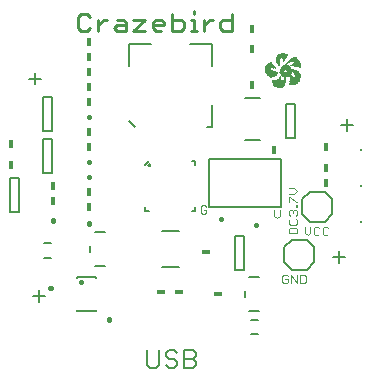
<source format=gto>
G75*
%MOIN*%
%OFA0B0*%
%FSLAX24Y24*%
%IPPOS*%
%LPD*%
%AMOC8*
5,1,8,0,0,1.08239X$1,22.5*
%
%ADD10C,0.0040*%
%ADD11C,0.0080*%
%ADD12C,0.0110*%
%ADD13R,0.0280X0.0160*%
%ADD14C,0.0160*%
%ADD15R,0.0160X0.0280*%
%ADD16C,0.0050*%
%ADD17R,0.0098X0.0098*%
%ADD18C,0.0060*%
%ADD19C,0.0120*%
%ADD20R,0.0072X0.0004*%
%ADD21R,0.0084X0.0004*%
%ADD22R,0.0152X0.0004*%
%ADD23R,0.0168X0.0004*%
%ADD24R,0.0204X0.0004*%
%ADD25R,0.0212X0.0004*%
%ADD26R,0.0228X0.0004*%
%ADD27R,0.0236X0.0004*%
%ADD28R,0.0256X0.0004*%
%ADD29R,0.0268X0.0004*%
%ADD30R,0.0280X0.0004*%
%ADD31R,0.0288X0.0004*%
%ADD32R,0.0300X0.0004*%
%ADD33R,0.0308X0.0004*%
%ADD34R,0.0320X0.0004*%
%ADD35R,0.0324X0.0004*%
%ADD36R,0.0328X0.0004*%
%ADD37R,0.0336X0.0004*%
%ADD38R,0.0344X0.0004*%
%ADD39R,0.0356X0.0004*%
%ADD40R,0.0360X0.0004*%
%ADD41R,0.0368X0.0004*%
%ADD42R,0.0368X0.0004*%
%ADD43R,0.0376X0.0004*%
%ADD44R,0.0380X0.0004*%
%ADD45R,0.0384X0.0004*%
%ADD46R,0.0388X0.0004*%
%ADD47R,0.0004X0.0004*%
%ADD48R,0.0396X0.0004*%
%ADD49R,0.0056X0.0004*%
%ADD50R,0.0400X0.0004*%
%ADD51R,0.0128X0.0004*%
%ADD52R,0.0408X0.0004*%
%ADD53R,0.0008X0.0004*%
%ADD54R,0.0164X0.0004*%
%ADD55R,0.0200X0.0004*%
%ADD56R,0.0412X0.0004*%
%ADD57R,0.0216X0.0004*%
%ADD58R,0.0416X0.0004*%
%ADD59R,0.0220X0.0004*%
%ADD60R,0.0420X0.0004*%
%ADD61R,0.0232X0.0004*%
%ADD62R,0.0240X0.0004*%
%ADD63R,0.0428X0.0004*%
%ADD64R,0.0252X0.0004*%
%ADD65R,0.0432X0.0004*%
%ADD66R,0.0264X0.0004*%
%ADD67R,0.0432X0.0004*%
%ADD68R,0.0264X0.0004*%
%ADD69R,0.0440X0.0004*%
%ADD70R,0.0272X0.0004*%
%ADD71R,0.0444X0.0004*%
%ADD72R,0.0276X0.0004*%
%ADD73R,0.0448X0.0004*%
%ADD74R,0.0448X0.0004*%
%ADD75R,0.0280X0.0004*%
%ADD76R,0.0452X0.0004*%
%ADD77R,0.0284X0.0004*%
%ADD78R,0.0456X0.0004*%
%ADD79R,0.0288X0.0004*%
%ADD80R,0.0292X0.0004*%
%ADD81R,0.0464X0.0004*%
%ADD82R,0.0296X0.0004*%
%ADD83R,0.0464X0.0004*%
%ADD84R,0.0300X0.0004*%
%ADD85R,0.0468X0.0004*%
%ADD86R,0.0472X0.0004*%
%ADD87R,0.0304X0.0004*%
%ADD88R,0.0472X0.0004*%
%ADD89R,0.0304X0.0004*%
%ADD90R,0.0312X0.0004*%
%ADD91R,0.0112X0.0004*%
%ADD92R,0.0304X0.0004*%
%ADD93R,0.0108X0.0004*%
%ADD94R,0.0296X0.0004*%
%ADD95R,0.0100X0.0004*%
%ADD96R,0.0316X0.0004*%
%ADD97R,0.0096X0.0004*%
%ADD98R,0.0224X0.0004*%
%ADD99R,0.0092X0.0004*%
%ADD100R,0.0220X0.0004*%
%ADD101R,0.0088X0.0004*%
%ADD102R,0.0192X0.0004*%
%ADD103R,0.0084X0.0004*%
%ADD104R,0.0324X0.0004*%
%ADD105R,0.0168X0.0004*%
%ADD106R,0.0080X0.0004*%
%ADD107R,0.0328X0.0004*%
%ADD108R,0.0160X0.0004*%
%ADD109R,0.0076X0.0004*%
%ADD110R,0.0152X0.0004*%
%ADD111R,0.0072X0.0004*%
%ADD112R,0.0136X0.0004*%
%ADD113R,0.0132X0.0004*%
%ADD114R,0.0068X0.0004*%
%ADD115R,0.0328X0.0004*%
%ADD116R,0.0128X0.0004*%
%ADD117R,0.0064X0.0004*%
%ADD118R,0.0112X0.0004*%
%ADD119R,0.0104X0.0004*%
%ADD120R,0.0060X0.0004*%
%ADD121R,0.0332X0.0004*%
%ADD122R,0.0100X0.0004*%
%ADD123R,0.0092X0.0004*%
%ADD124R,0.0056X0.0004*%
%ADD125R,0.0332X0.0004*%
%ADD126R,0.0088X0.0004*%
%ADD127R,0.0056X0.0004*%
%ADD128R,0.0052X0.0004*%
%ADD129R,0.0068X0.0004*%
%ADD130R,0.0064X0.0004*%
%ADD131R,0.0048X0.0004*%
%ADD132R,0.0336X0.0004*%
%ADD133R,0.0060X0.0004*%
%ADD134R,0.0044X0.0004*%
%ADD135R,0.0056X0.0004*%
%ADD136R,0.0040X0.0004*%
%ADD137R,0.0340X0.0004*%
%ADD138R,0.0052X0.0004*%
%ADD139R,0.0048X0.0004*%
%ADD140R,0.0044X0.0004*%
%ADD141R,0.0036X0.0004*%
%ADD142R,0.0032X0.0004*%
%ADD143R,0.0036X0.0004*%
%ADD144R,0.0340X0.0004*%
%ADD145R,0.0032X0.0004*%
%ADD146R,0.0032X0.0004*%
%ADD147R,0.0028X0.0004*%
%ADD148R,0.0024X0.0004*%
%ADD149R,0.0132X0.0004*%
%ADD150R,0.0192X0.0004*%
%ADD151R,0.0024X0.0004*%
%ADD152R,0.0020X0.0004*%
%ADD153R,0.0040X0.0004*%
%ADD154R,0.0120X0.0004*%
%ADD155R,0.0180X0.0004*%
%ADD156R,0.0076X0.0004*%
%ADD157R,0.0016X0.0004*%
%ADD158R,0.0116X0.0004*%
%ADD159R,0.0176X0.0004*%
%ADD160R,0.0092X0.0004*%
%ADD161R,0.0012X0.0004*%
%ADD162R,0.0116X0.0004*%
%ADD163R,0.0140X0.0004*%
%ADD164R,0.0172X0.0004*%
%ADD165R,0.0156X0.0004*%
%ADD166R,0.0168X0.0004*%
%ADD167R,0.0008X0.0004*%
%ADD168R,0.0176X0.0004*%
%ADD169R,0.0080X0.0004*%
%ADD170R,0.0172X0.0004*%
%ADD171R,0.0180X0.0004*%
%ADD172R,0.0008X0.0004*%
%ADD173R,0.0188X0.0004*%
%ADD174R,0.0208X0.0004*%
%ADD175R,0.0068X0.0004*%
%ADD176R,0.0232X0.0004*%
%ADD177R,0.0236X0.0004*%
%ADD178R,0.0240X0.0004*%
%ADD179R,0.0244X0.0004*%
%ADD180R,0.0052X0.0004*%
%ADD181R,0.0260X0.0004*%
%ADD182R,0.0184X0.0004*%
%ADD183R,0.0288X0.0004*%
%ADD184R,0.0312X0.0004*%
%ADD185R,0.0188X0.0004*%
%ADD186R,0.0296X0.0004*%
%ADD187R,0.0312X0.0004*%
%ADD188R,0.0316X0.0004*%
%ADD189R,0.0316X0.0004*%
%ADD190R,0.0196X0.0004*%
%ADD191R,0.0320X0.0004*%
%ADD192R,0.0324X0.0004*%
%ADD193R,0.0352X0.0004*%
%ADD194R,0.0356X0.0004*%
%ADD195R,0.0344X0.0004*%
%ADD196R,0.0204X0.0004*%
%ADD197R,0.0364X0.0004*%
%ADD198R,0.0348X0.0004*%
%ADD199R,0.0204X0.0004*%
%ADD200R,0.0356X0.0004*%
%ADD201R,0.0372X0.0004*%
%ADD202R,0.0380X0.0004*%
%ADD203R,0.0360X0.0004*%
%ADD204R,0.0212X0.0004*%
%ADD205R,0.0364X0.0004*%
%ADD206R,0.0216X0.0004*%
%ADD207R,0.0392X0.0004*%
%ADD208R,0.0400X0.0004*%
%ADD209R,0.0372X0.0004*%
%ADD210R,0.0216X0.0004*%
%ADD211R,0.0408X0.0004*%
%ADD212R,0.0392X0.0004*%
%ADD213R,0.0384X0.0004*%
%ADD214R,0.0164X0.0004*%
%ADD215R,0.0156X0.0004*%
%ADD216R,0.0368X0.0004*%
%ADD217R,0.0148X0.0004*%
%ADD218R,0.0156X0.0004*%
%ADD219R,0.0144X0.0004*%
%ADD220R,0.0224X0.0004*%
%ADD221R,0.0336X0.0004*%
%ADD222R,0.0152X0.0004*%
%ADD223R,0.0144X0.0004*%
%ADD224R,0.0224X0.0004*%
%ADD225R,0.0332X0.0004*%
%ADD226R,0.0152X0.0004*%
%ADD227R,0.0148X0.0004*%
%ADD228R,0.0148X0.0004*%
%ADD229R,0.0264X0.0004*%
%ADD230R,0.0256X0.0004*%
%ADD231R,0.0332X0.0004*%
%ADD232R,0.0248X0.0004*%
%ADD233R,0.0268X0.0004*%
%ADD234R,0.0212X0.0004*%
%ADD235R,0.0204X0.0004*%
%ADD236R,0.0356X0.0004*%
%ADD237R,0.0352X0.0004*%
%ADD238R,0.0348X0.0004*%
%ADD239R,0.0188X0.0004*%
%ADD240R,0.0200X0.0004*%
%ADD241R,0.0016X0.0004*%
%ADD242R,0.0308X0.0004*%
%ADD243R,0.0292X0.0004*%
%ADD244R,0.0020X0.0004*%
%ADD245R,0.0272X0.0004*%
%ADD246R,0.0084X0.0004*%
%ADD247R,0.0252X0.0004*%
%ADD248R,0.0124X0.0004*%
%ADD249R,0.0244X0.0004*%
%ADD250R,0.0144X0.0004*%
%ADD251R,0.0276X0.0004*%
%ADD252R,0.0008X0.0004*%
%ADD253R,0.0160X0.0004*%
%ADD254R,0.0272X0.0004*%
%ADD255R,0.0184X0.0004*%
%ADD256R,0.0252X0.0004*%
%ADD257R,0.0016X0.0004*%
%ADD258R,0.0248X0.0004*%
%ADD259R,0.0228X0.0004*%
%ADD260R,0.0012X0.0004*%
%ADD261R,0.0228X0.0004*%
%ADD262R,0.0108X0.0004*%
%ADD263R,0.0292X0.0004*%
%ADD264R,0.0024X0.0004*%
%ADD265R,0.0028X0.0004*%
%ADD266R,0.0284X0.0004*%
%ADD267R,0.0268X0.0004*%
%ADD268R,0.0244X0.0004*%
%ADD269R,0.0244X0.0004*%
%ADD270R,0.0116X0.0004*%
%ADD271R,0.0216X0.0004*%
%ADD272R,0.0076X0.0004*%
%ADD273R,0.0104X0.0004*%
%ADD274R,0.0196X0.0004*%
%ADD275R,0.0108X0.0004*%
%ADD276R,0.0192X0.0004*%
%ADD277R,0.0028X0.0004*%
%ADD278R,0.0084X0.0004*%
%ADD279R,0.0120X0.0004*%
%ADD280R,0.0124X0.0004*%
%ADD281R,0.0124X0.0004*%
%ADD282R,0.0172X0.0004*%
%ADD283R,0.0124X0.0004*%
%ADD284R,0.0176X0.0004*%
%ADD285R,0.0348X0.0004*%
%ADD286R,0.0136X0.0004*%
%ADD287R,0.0324X0.0004*%
%ADD288R,0.0288X0.0004*%
%ADD289R,0.0144X0.0004*%
%ADD290R,0.0148X0.0004*%
%ADD291R,0.0104X0.0004*%
%ADD292R,0.0112X0.0004*%
%ADD293R,0.0132X0.0004*%
%ADD294R,0.0312X0.0004*%
%ADD295R,0.0172X0.0004*%
%ADD296R,0.0128X0.0004*%
D10*
X025751Y023848D02*
X025798Y023801D01*
X025891Y023801D01*
X025938Y023848D01*
X025938Y023941D01*
X025845Y023941D01*
X025751Y024035D02*
X025751Y023848D01*
X025751Y024035D02*
X025798Y024082D01*
X025891Y024082D01*
X025938Y024035D01*
X028201Y023932D02*
X028201Y023745D01*
X028295Y023651D01*
X028388Y023745D01*
X028388Y023932D01*
X028681Y023881D02*
X028728Y023927D01*
X028774Y023927D01*
X028821Y023881D01*
X028868Y023927D01*
X028915Y023927D01*
X028961Y023881D01*
X028961Y023787D01*
X028915Y023741D01*
X028915Y023633D02*
X028961Y023586D01*
X028961Y023493D01*
X028915Y023446D01*
X028728Y023446D01*
X028681Y023493D01*
X028681Y023586D01*
X028728Y023633D01*
X028728Y023741D02*
X028681Y023787D01*
X028681Y023881D01*
X028821Y023881D02*
X028821Y023834D01*
X028915Y024035D02*
X028915Y024082D01*
X028961Y024082D01*
X028961Y024035D01*
X028915Y024035D01*
X028915Y024183D02*
X028961Y024183D01*
X028915Y024183D02*
X028728Y024369D01*
X028681Y024369D01*
X028681Y024183D01*
X028681Y024477D02*
X028868Y024477D01*
X028961Y024571D01*
X028868Y024664D01*
X028681Y024664D01*
X028728Y023338D02*
X028681Y023291D01*
X028681Y023151D01*
X028961Y023151D01*
X028961Y023291D01*
X028915Y023338D01*
X028728Y023338D01*
X029217Y023362D02*
X029217Y023175D01*
X029311Y023081D01*
X029404Y023175D01*
X029404Y023362D01*
X029512Y023315D02*
X029512Y023128D01*
X029559Y023081D01*
X029652Y023081D01*
X029699Y023128D01*
X029807Y023128D02*
X029853Y023081D01*
X029947Y023081D01*
X029993Y023128D01*
X029807Y023128D02*
X029807Y023315D01*
X029853Y023362D01*
X029947Y023362D01*
X029993Y023315D01*
X029699Y023315D02*
X029652Y023362D01*
X029559Y023362D01*
X029512Y023315D01*
X029197Y021762D02*
X029057Y021762D01*
X029057Y021481D01*
X029197Y021481D01*
X029243Y021528D01*
X029243Y021715D01*
X029197Y021762D01*
X028949Y021762D02*
X028949Y021481D01*
X028762Y021762D01*
X028762Y021481D01*
X028654Y021528D02*
X028654Y021621D01*
X028561Y021621D01*
X028654Y021528D02*
X028607Y021481D01*
X028514Y021481D01*
X028467Y021528D01*
X028467Y021715D01*
X028514Y021762D01*
X028607Y021762D01*
X028654Y021715D01*
D11*
X020365Y021255D02*
X020365Y020868D01*
X020558Y021062D02*
X020171Y021062D01*
X021612Y020609D02*
X021612Y020571D01*
X022250Y020571D01*
X022250Y020609D01*
X022250Y021654D02*
X022250Y021691D01*
X021612Y021691D01*
X021612Y021654D01*
X022212Y022071D02*
X022550Y022071D01*
X022062Y022526D02*
X022062Y022737D01*
X022212Y023191D02*
X022550Y023191D01*
X023550Y026703D02*
X023353Y026900D01*
X023353Y028731D02*
X023353Y029459D01*
X024082Y029459D01*
X025381Y029459D02*
X026109Y029459D01*
X026109Y028731D01*
X026109Y027432D02*
X026109Y026703D01*
X025952Y026703D01*
X027207Y026254D02*
X027719Y026254D01*
X027719Y027671D02*
X027207Y027671D01*
X030421Y026762D02*
X030808Y026762D01*
X030615Y026955D02*
X030615Y026568D01*
X029881Y024531D02*
X029381Y024531D01*
X029131Y024281D01*
X029131Y023781D01*
X029381Y023531D01*
X029881Y023531D01*
X030131Y023781D01*
X030131Y024281D01*
X029881Y024531D01*
X029281Y022931D02*
X028781Y022931D01*
X028531Y022681D01*
X028531Y022181D01*
X028781Y021931D01*
X029281Y021931D01*
X029531Y022181D01*
X029531Y022681D01*
X029281Y022931D01*
X030171Y022362D02*
X030558Y022362D01*
X030365Y022555D02*
X030365Y022168D01*
X027700Y021691D02*
X027362Y021691D01*
X027212Y021237D02*
X027212Y021026D01*
X027362Y020571D02*
X027700Y020571D01*
X025574Y019155D02*
X025574Y019058D01*
X025477Y018962D01*
X025187Y018962D01*
X024966Y018865D02*
X024966Y018768D01*
X024869Y018671D01*
X024676Y018671D01*
X024579Y018768D01*
X024676Y018962D02*
X024869Y018962D01*
X024966Y018865D01*
X024966Y019155D02*
X024869Y019252D01*
X024676Y019252D01*
X024579Y019155D01*
X024579Y019058D01*
X024676Y018962D01*
X024358Y018768D02*
X024358Y019252D01*
X023971Y019252D02*
X023971Y018768D01*
X024068Y018671D01*
X024262Y018671D01*
X024358Y018768D01*
X025187Y018671D02*
X025187Y019252D01*
X025477Y019252D01*
X025574Y019155D01*
X025477Y018962D02*
X025574Y018865D01*
X025574Y018768D01*
X025477Y018671D01*
X025187Y018671D01*
X020215Y028118D02*
X020215Y028505D01*
X020408Y028312D02*
X020021Y028312D01*
D12*
X021670Y029985D02*
X021769Y029886D01*
X021966Y029886D01*
X022064Y029985D01*
X022315Y030083D02*
X022512Y030280D01*
X022610Y030280D01*
X022315Y030280D02*
X022315Y029886D01*
X022852Y029985D02*
X022951Y030083D01*
X023246Y030083D01*
X023246Y030182D02*
X023246Y029886D01*
X022951Y029886D01*
X022852Y029985D01*
X022951Y030280D02*
X023147Y030280D01*
X023246Y030182D01*
X023497Y030280D02*
X023890Y030280D01*
X023497Y029886D01*
X023890Y029886D01*
X024141Y029985D02*
X024141Y030182D01*
X024240Y030280D01*
X024437Y030280D01*
X024535Y030182D01*
X024535Y030083D01*
X024141Y030083D01*
X024141Y029985D02*
X024240Y029886D01*
X024437Y029886D01*
X024786Y029886D02*
X024786Y030477D01*
X024786Y030280D02*
X025081Y030280D01*
X025179Y030182D01*
X025179Y029985D01*
X025081Y029886D01*
X024786Y029886D01*
X025430Y029886D02*
X025627Y029886D01*
X025529Y029886D02*
X025529Y030280D01*
X025430Y030280D01*
X025529Y030477D02*
X025529Y030575D01*
X025860Y030280D02*
X025860Y029886D01*
X025860Y030083D02*
X026057Y030280D01*
X026155Y030280D01*
X026397Y030182D02*
X026397Y029985D01*
X026496Y029886D01*
X026791Y029886D01*
X026791Y030477D01*
X026791Y030280D02*
X026496Y030280D01*
X026397Y030182D01*
X022064Y030378D02*
X021966Y030477D01*
X021769Y030477D01*
X021670Y030378D01*
X021670Y029985D01*
D13*
X025931Y022531D03*
X026331Y021131D03*
X025031Y021181D03*
X024431Y021181D03*
D14*
X022681Y020293D02*
X022681Y020269D01*
X020743Y021331D02*
X020719Y021331D01*
X020831Y023569D02*
X020831Y023593D01*
X022031Y023493D02*
X022031Y023469D01*
X022031Y025019D02*
X022031Y025043D01*
X022031Y025519D02*
X022031Y025543D01*
X022031Y027019D02*
X022031Y027043D01*
X026431Y023643D02*
X026431Y023619D01*
X027581Y023443D02*
X027581Y023419D01*
D15*
X028181Y025931D03*
X029931Y026031D03*
X029931Y025331D03*
X029931Y024831D03*
X027463Y028112D03*
X027463Y029312D03*
X027463Y029962D03*
X022031Y029531D03*
X022031Y029031D03*
X022031Y028531D03*
X022031Y028031D03*
X022031Y027531D03*
X022031Y026531D03*
X022031Y026031D03*
X020831Y024731D03*
X020831Y024231D03*
X022031Y024031D03*
X022031Y024531D03*
X019431Y025431D03*
X019431Y026131D03*
D16*
X023905Y025440D02*
X024023Y025558D01*
X024006Y025432D02*
X024008Y025442D01*
X024013Y025450D01*
X024021Y025455D01*
X024031Y025457D01*
X024041Y025455D01*
X024049Y025450D01*
X024054Y025442D01*
X024056Y025432D01*
X024054Y025422D01*
X024049Y025414D01*
X024041Y025409D01*
X024031Y025407D01*
X024021Y025409D01*
X024013Y025414D01*
X024008Y025422D01*
X024006Y025432D01*
X023905Y024023D02*
X023905Y023905D01*
X024023Y023905D01*
X025440Y023905D02*
X025558Y023905D01*
X025558Y024023D01*
X026031Y024031D02*
X026031Y025631D01*
X028431Y025631D01*
X028431Y024031D01*
X026031Y024031D01*
X025558Y025440D02*
X025558Y025558D01*
X025440Y025558D01*
D17*
X031081Y025931D03*
X031080Y024731D03*
X031081Y023531D03*
D18*
X028881Y026321D02*
X028581Y026321D01*
X028581Y027461D01*
X028881Y027461D01*
X028881Y026321D01*
X027181Y023061D02*
X027181Y021921D01*
X026881Y021921D01*
X026881Y023061D01*
X027181Y023061D01*
X025012Y023239D02*
X024451Y023239D01*
X024451Y022023D02*
X025012Y022023D01*
X027413Y020268D02*
X027649Y020268D01*
X027649Y019795D02*
X027413Y019795D01*
X020781Y025151D02*
X020781Y026291D01*
X020481Y026291D01*
X020481Y025151D01*
X020781Y025151D01*
X019681Y024991D02*
X019681Y023851D01*
X019381Y023851D01*
X019381Y024991D01*
X019681Y024991D01*
X020481Y026551D02*
X020481Y027691D01*
X020781Y027691D01*
X020781Y026551D01*
X020481Y026551D01*
X020513Y022818D02*
X020749Y022818D01*
X020749Y022345D02*
X020513Y022345D01*
D19*
X021767Y021511D02*
X021769Y021518D01*
X021774Y021523D01*
X021781Y021525D01*
X021788Y021523D01*
X021793Y021518D01*
X021795Y021511D01*
X021793Y021504D01*
X021788Y021499D01*
X021781Y021497D01*
X021774Y021499D01*
X021769Y021504D01*
X021767Y021511D01*
D20*
X028375Y027993D03*
D21*
X028373Y027997D03*
X028337Y028797D03*
X028529Y028965D03*
X028705Y028845D03*
D22*
X028371Y028001D03*
D23*
X028375Y028005D03*
X028471Y028497D03*
X028955Y028857D03*
D24*
X028957Y028817D03*
X028957Y028449D03*
X028329Y028237D03*
X028373Y028009D03*
X027993Y028597D03*
X028057Y028753D03*
D25*
X028009Y028649D03*
X028373Y028013D03*
X028893Y028533D03*
X028953Y028805D03*
D26*
X028949Y028793D03*
X028373Y028017D03*
D27*
X028369Y028021D03*
X028597Y028701D03*
D28*
X028579Y028385D03*
X028307Y028225D03*
X028367Y028025D03*
X028835Y028137D03*
X028019Y028565D03*
X028503Y029097D03*
D29*
X028369Y028029D03*
D30*
X028367Y028033D03*
X028115Y028397D03*
X028039Y028545D03*
X028595Y028677D03*
X028723Y028585D03*
X028931Y028753D03*
X028863Y028925D03*
X028859Y028165D03*
X028851Y028157D03*
D31*
X028367Y028037D03*
X028595Y028673D03*
X028927Y028745D03*
D32*
X028593Y028661D03*
X028365Y028041D03*
D33*
X028365Y028045D03*
X028585Y028409D03*
X028881Y028205D03*
X028057Y028533D03*
D34*
X028063Y028529D03*
X028067Y028665D03*
X028067Y028669D03*
X028435Y028997D03*
X028439Y029005D03*
X028443Y029009D03*
X028447Y029013D03*
X028451Y029017D03*
X028455Y029029D03*
X028471Y029049D03*
X028475Y029053D03*
X028479Y029057D03*
X028591Y028649D03*
X028591Y028645D03*
X028595Y028397D03*
X028887Y028229D03*
X028887Y028225D03*
X028363Y028049D03*
D35*
X028365Y028053D03*
X028597Y028393D03*
X028605Y028389D03*
X028785Y028565D03*
X028893Y028257D03*
X028893Y028253D03*
X028893Y028249D03*
X028885Y028237D03*
X028885Y028233D03*
X028453Y029025D03*
X028457Y029033D03*
X028469Y029045D03*
D36*
X028863Y028893D03*
X028119Y028425D03*
X028363Y028057D03*
D37*
X028363Y028061D03*
X028899Y028301D03*
D38*
X028799Y028553D03*
X028275Y028213D03*
X028363Y028065D03*
X028119Y028433D03*
D39*
X028361Y028069D03*
D40*
X028359Y028073D03*
X028583Y028597D03*
D41*
X028579Y028469D03*
X028359Y028077D03*
X028119Y028449D03*
D42*
X028359Y028081D03*
D43*
X028359Y028085D03*
X028119Y028457D03*
D44*
X028121Y028465D03*
X028357Y028089D03*
D45*
X028359Y028093D03*
D46*
X028357Y028097D03*
X028121Y028469D03*
D47*
X028049Y028349D03*
X028513Y028877D03*
X028473Y029129D03*
X028837Y028097D03*
D48*
X028357Y028101D03*
D49*
X028819Y028101D03*
X028527Y028941D03*
D50*
X028123Y028477D03*
X028355Y028105D03*
D51*
X028815Y028105D03*
X028591Y028737D03*
D52*
X028355Y028113D03*
X028355Y028109D03*
D53*
X028423Y028357D03*
X028099Y028337D03*
X028723Y028109D03*
D54*
X028817Y028109D03*
X028597Y028729D03*
D55*
X028595Y028717D03*
X028963Y028437D03*
X028963Y028433D03*
X028811Y028113D03*
X028111Y028369D03*
X027991Y028605D03*
D56*
X028353Y028117D03*
D57*
X028811Y028117D03*
X028871Y028957D03*
D58*
X028355Y028121D03*
D59*
X028813Y028121D03*
X028925Y028501D03*
D60*
X028353Y028129D03*
X028353Y028125D03*
D61*
X028823Y028125D03*
D62*
X028827Y028129D03*
D63*
X028353Y028133D03*
X028353Y028137D03*
D64*
X028113Y028385D03*
X028833Y028133D03*
D65*
X028351Y028141D03*
D66*
X028839Y028141D03*
D67*
X028351Y028145D03*
D68*
X028843Y028145D03*
X028595Y028685D03*
X028939Y028769D03*
X028059Y028709D03*
D69*
X028351Y028149D03*
D70*
X028115Y028393D03*
X028035Y028549D03*
X028847Y028149D03*
D71*
X028349Y028153D03*
D72*
X028849Y028153D03*
X028945Y028717D03*
X028933Y028757D03*
D73*
X028347Y028157D03*
D74*
X028347Y028161D03*
D75*
X028855Y028161D03*
X028935Y028721D03*
D76*
X028345Y028169D03*
X028345Y028165D03*
D77*
X028861Y028169D03*
X028061Y028693D03*
X028061Y028697D03*
D78*
X028347Y028177D03*
X028347Y028173D03*
D79*
X028863Y028173D03*
D80*
X028865Y028177D03*
X028061Y028685D03*
X028061Y028689D03*
X028505Y029093D03*
D81*
X028347Y028181D03*
D82*
X028047Y028541D03*
X028867Y028181D03*
D83*
X028347Y028185D03*
D84*
X028869Y028185D03*
X028869Y028189D03*
X028873Y028193D03*
X028865Y028913D03*
D85*
X028345Y028193D03*
X028345Y028189D03*
D86*
X028343Y028197D03*
X028343Y028205D03*
X028343Y028209D03*
D87*
X028115Y028409D03*
X028767Y028573D03*
X028919Y028733D03*
X028863Y028909D03*
X028875Y028197D03*
D88*
X028343Y028201D03*
D89*
X028879Y028201D03*
X028063Y028681D03*
D90*
X028583Y028413D03*
X028883Y028217D03*
X028883Y028213D03*
X028883Y028209D03*
X028503Y029085D03*
D91*
X028723Y028853D03*
X028523Y028213D03*
D92*
X028291Y028217D03*
X028051Y028537D03*
D93*
X028525Y028217D03*
D94*
X028291Y028221D03*
D95*
X028529Y028221D03*
D96*
X028885Y028221D03*
D97*
X028531Y028225D03*
X028591Y028745D03*
X028871Y028989D03*
D98*
X028595Y028705D03*
X028915Y028513D03*
X028919Y028509D03*
X028319Y028229D03*
D99*
X028533Y028229D03*
X028773Y028353D03*
X028333Y028813D03*
X028529Y028969D03*
X028073Y028817D03*
D100*
X028057Y028745D03*
X028321Y028233D03*
X028577Y028373D03*
X028905Y028525D03*
X028921Y028505D03*
X028925Y028497D03*
X028929Y028493D03*
X028933Y028489D03*
X028937Y028485D03*
X028941Y028477D03*
X028973Y028709D03*
D101*
X028711Y028849D03*
X028335Y028809D03*
X028335Y028805D03*
X028535Y028237D03*
X028535Y028233D03*
X028771Y028357D03*
D102*
X028971Y028421D03*
X028331Y028241D03*
X027991Y028621D03*
X028055Y028761D03*
D103*
X028337Y028801D03*
X028537Y028241D03*
D104*
X028889Y028241D03*
X028465Y029041D03*
X028069Y028661D03*
D105*
X028059Y028777D03*
X028343Y028245D03*
X028683Y028493D03*
D106*
X028539Y028245D03*
X028383Y028289D03*
X028339Y028793D03*
D107*
X028591Y028637D03*
X028895Y028269D03*
X028895Y028265D03*
X028891Y028245D03*
D108*
X028687Y028497D03*
X028575Y028357D03*
X028463Y028505D03*
X028343Y028249D03*
X028347Y028985D03*
X028351Y028989D03*
X028871Y028973D03*
D109*
X028341Y028789D03*
X028541Y028249D03*
D110*
X028347Y028253D03*
X028467Y028569D03*
X028471Y028573D03*
X028871Y028977D03*
D111*
X028343Y028785D03*
X028543Y028257D03*
X028543Y028253D03*
X028763Y028365D03*
D112*
X028355Y028257D03*
X028319Y028885D03*
X028319Y028889D03*
X028319Y028893D03*
X028319Y028897D03*
X028319Y028905D03*
D113*
X028321Y028881D03*
X028357Y028261D03*
D114*
X028545Y028261D03*
X028345Y028781D03*
D115*
X028895Y028261D03*
D116*
X028359Y028265D03*
X028323Y028869D03*
X028323Y028873D03*
X028323Y028877D03*
X028063Y028797D03*
D117*
X028079Y028829D03*
X028347Y028777D03*
X028687Y028833D03*
X028547Y028269D03*
X028547Y028265D03*
D118*
X028367Y028269D03*
X028327Y028833D03*
X028327Y028837D03*
X028067Y028809D03*
D119*
X028371Y028273D03*
D120*
X028549Y028273D03*
X028549Y028277D03*
X028565Y028345D03*
X028757Y028373D03*
X028681Y028829D03*
X028349Y028773D03*
X028493Y029125D03*
D121*
X028581Y028429D03*
X028897Y028293D03*
X028897Y028289D03*
X028897Y028285D03*
X028897Y028277D03*
X028897Y028273D03*
D122*
X028777Y028349D03*
X028373Y028277D03*
X028333Y028817D03*
X028529Y028973D03*
X028069Y028813D03*
D123*
X028377Y028281D03*
D124*
X028551Y028281D03*
D125*
X028897Y028281D03*
D126*
X029039Y028689D03*
X028379Y028285D03*
D127*
X028551Y028285D03*
X028351Y028769D03*
D128*
X028589Y028749D03*
X028553Y028293D03*
X028553Y028289D03*
D129*
X028389Y028293D03*
X028693Y028837D03*
X028529Y028949D03*
X028529Y028953D03*
D130*
X028391Y028297D03*
D131*
X028555Y028297D03*
X028747Y028385D03*
X029047Y028677D03*
X028675Y028825D03*
X028355Y028765D03*
D132*
X028579Y028433D03*
X028795Y028557D03*
X028899Y028297D03*
X028863Y028889D03*
X028119Y028429D03*
D133*
X028393Y028301D03*
X029045Y028681D03*
D134*
X028557Y028301D03*
D135*
X028395Y028305D03*
X028755Y028377D03*
X028219Y028649D03*
X028079Y028833D03*
X028527Y028937D03*
X028527Y028945D03*
D136*
X028523Y028925D03*
X028559Y028313D03*
X028559Y028309D03*
X028559Y028305D03*
D137*
X028577Y028437D03*
X028589Y028625D03*
X028861Y028885D03*
X028901Y028333D03*
X028901Y028329D03*
X028901Y028325D03*
X028901Y028317D03*
X028901Y028313D03*
X028901Y028309D03*
X028901Y028305D03*
X028073Y028653D03*
D138*
X028397Y028309D03*
X028525Y028933D03*
D139*
X028523Y028929D03*
X028399Y028313D03*
D140*
X028401Y028317D03*
X028081Y028837D03*
D141*
X028361Y028757D03*
X028521Y028913D03*
X028521Y028917D03*
X028561Y028317D03*
D142*
X028407Y028321D03*
D143*
X028561Y028321D03*
D144*
X028901Y028321D03*
D145*
X028407Y028325D03*
D146*
X028563Y028325D03*
X028563Y028329D03*
X028563Y028333D03*
X028563Y028337D03*
X028363Y028753D03*
X028519Y028909D03*
X028663Y028817D03*
D147*
X028653Y028809D03*
X028409Y028333D03*
X028409Y028329D03*
D148*
X028411Y028337D03*
D149*
X028577Y028353D03*
X028797Y028337D03*
D150*
X028975Y028337D03*
X028975Y028409D03*
X028975Y028413D03*
X028967Y028425D03*
X027995Y028637D03*
X027991Y028625D03*
D151*
X028099Y028341D03*
D152*
X028413Y028341D03*
X028369Y028741D03*
X028517Y028901D03*
D153*
X028523Y028921D03*
X028667Y028821D03*
X028359Y028761D03*
X028563Y028341D03*
D154*
X028787Y028341D03*
D155*
X028981Y028341D03*
X028961Y028841D03*
D156*
X028873Y028993D03*
X028529Y028957D03*
X028105Y028345D03*
D157*
X028415Y028345D03*
X028243Y028645D03*
D158*
X028781Y028345D03*
D159*
X028983Y028345D03*
X028983Y028349D03*
X028983Y028377D03*
X028959Y028845D03*
X028959Y028849D03*
X028595Y028725D03*
X028475Y028493D03*
X028059Y028773D03*
D160*
X028105Y028349D03*
D161*
X028201Y028645D03*
X028421Y028353D03*
X028417Y028349D03*
X028517Y028893D03*
D162*
X028325Y028845D03*
X028065Y028805D03*
X028577Y028349D03*
D163*
X028697Y028513D03*
X028697Y028517D03*
X028701Y028529D03*
X028321Y028909D03*
X028321Y028913D03*
X028061Y028793D03*
X028109Y028353D03*
D164*
X028985Y028353D03*
X028985Y028357D03*
X028985Y028365D03*
X028985Y028369D03*
X028985Y028373D03*
X028957Y028853D03*
D165*
X028757Y028869D03*
X028473Y028577D03*
X028109Y028357D03*
D166*
X028111Y028361D03*
D167*
X028423Y028361D03*
X028639Y028801D03*
D168*
X028575Y028361D03*
X028983Y028381D03*
D169*
X028767Y028361D03*
D170*
X028985Y028361D03*
D171*
X028981Y028385D03*
X028981Y028389D03*
X028981Y028393D03*
X028869Y028969D03*
X028057Y028769D03*
X028113Y028365D03*
D172*
X028427Y028365D03*
X028427Y028369D03*
X028375Y028733D03*
X028515Y028889D03*
X028091Y028845D03*
D173*
X028057Y028765D03*
X028577Y028365D03*
X028977Y028405D03*
X028961Y028833D03*
D174*
X028955Y028813D03*
X028955Y028809D03*
X028951Y028457D03*
X028955Y028453D03*
X028575Y028369D03*
X028595Y028713D03*
X028111Y028373D03*
X027995Y028593D03*
D175*
X028077Y028825D03*
X028761Y028369D03*
D176*
X028947Y028789D03*
X028871Y028949D03*
X028055Y028733D03*
X028007Y028577D03*
X028007Y028573D03*
X028111Y028377D03*
D177*
X028057Y028729D03*
X028577Y028377D03*
X028945Y028785D03*
X028869Y028945D03*
D178*
X028503Y029101D03*
X028111Y028381D03*
D179*
X028577Y028381D03*
X028869Y028941D03*
D180*
X028749Y028381D03*
D181*
X028597Y028689D03*
X028865Y028933D03*
X028057Y028717D03*
X028057Y028713D03*
X028025Y028557D03*
X028113Y028389D03*
D182*
X028487Y028585D03*
X028979Y028397D03*
X028959Y028837D03*
X028947Y028869D03*
D183*
X028115Y028401D03*
D184*
X028591Y028401D03*
D185*
X028597Y028721D03*
X028977Y028401D03*
D186*
X028759Y028577D03*
X028595Y028665D03*
X028923Y028737D03*
X028863Y028917D03*
X028507Y029089D03*
X028115Y028405D03*
D187*
X028115Y028413D03*
X028067Y028677D03*
X028591Y028653D03*
X028587Y028405D03*
X028915Y028729D03*
X028495Y029077D03*
D188*
X028493Y029073D03*
X028489Y029069D03*
X028485Y029065D03*
X028433Y028993D03*
X028065Y028673D03*
X028117Y028417D03*
X028913Y028725D03*
D189*
X028861Y028905D03*
X028581Y028417D03*
D190*
X028965Y028429D03*
X028973Y028417D03*
X028057Y028757D03*
X027989Y028617D03*
X027989Y028613D03*
X027989Y028609D03*
D191*
X028119Y028421D03*
X028579Y028421D03*
X028591Y028641D03*
X028435Y029001D03*
X028451Y029021D03*
X028483Y029061D03*
D192*
X028461Y029037D03*
X028861Y028897D03*
X028781Y028569D03*
X028581Y028425D03*
D193*
X028119Y028437D03*
X028079Y028517D03*
X028859Y028873D03*
D194*
X028121Y028441D03*
D195*
X028579Y028441D03*
X028587Y028621D03*
D196*
X028961Y028441D03*
D197*
X028121Y028445D03*
D198*
X028577Y028445D03*
X028805Y028549D03*
X028861Y028877D03*
D199*
X028501Y029109D03*
X028961Y028445D03*
D200*
X028809Y028545D03*
X028585Y028605D03*
X028577Y028457D03*
X028577Y028453D03*
X028577Y028449D03*
X028085Y028513D03*
D201*
X028121Y028453D03*
X028577Y028473D03*
X028577Y028477D03*
X028577Y028485D03*
X028577Y028489D03*
X028585Y028589D03*
D202*
X028121Y028461D03*
D203*
X028575Y028461D03*
X028811Y028541D03*
D204*
X028949Y028461D03*
D205*
X028813Y028537D03*
X028585Y028593D03*
X028577Y028465D03*
X028089Y028509D03*
D206*
X027999Y028585D03*
X028595Y028709D03*
X028899Y028529D03*
X028943Y028473D03*
X028947Y028469D03*
X028947Y028465D03*
X028499Y029105D03*
D207*
X028123Y028473D03*
D208*
X028123Y028481D03*
D209*
X028577Y028481D03*
D210*
X028939Y028481D03*
D211*
X028123Y028485D03*
X028123Y028489D03*
X028119Y028493D03*
D212*
X028111Y028497D03*
D213*
X028103Y028501D03*
D214*
X028465Y028501D03*
X028477Y028581D03*
D215*
X028693Y028501D03*
X028345Y028981D03*
D216*
X028091Y028505D03*
D217*
X028493Y029117D03*
X028693Y028505D03*
D218*
X028461Y028509D03*
X028461Y028513D03*
X028461Y028517D03*
X028061Y028785D03*
D219*
X028323Y028917D03*
X028323Y028925D03*
X028323Y028929D03*
X028323Y028933D03*
X028327Y028937D03*
X028463Y028553D03*
X028695Y028509D03*
X028699Y028525D03*
X028703Y028533D03*
D220*
X028911Y028517D03*
X028971Y028713D03*
X028951Y028797D03*
X028871Y028953D03*
D221*
X028071Y028521D03*
D222*
X028459Y028521D03*
D223*
X028699Y028521D03*
X028323Y028921D03*
D224*
X028003Y028581D03*
X028907Y028521D03*
D225*
X028589Y028629D03*
X028589Y028633D03*
X028073Y028657D03*
X028069Y028525D03*
D226*
X028459Y028525D03*
X028459Y028529D03*
X028339Y028973D03*
X028343Y028977D03*
D227*
X028337Y028969D03*
X028337Y028965D03*
X028061Y028789D03*
X028465Y028565D03*
X028465Y028557D03*
X028461Y028549D03*
X028457Y028545D03*
X028457Y028537D03*
X028457Y028533D03*
X028597Y028733D03*
D228*
X028465Y028561D03*
X028457Y028541D03*
D229*
X028031Y028553D03*
D230*
X028023Y028561D03*
D231*
X028789Y028561D03*
D232*
X028015Y028569D03*
D233*
X028737Y028581D03*
D234*
X028057Y028749D03*
X028005Y028645D03*
X027997Y028589D03*
D235*
X027993Y028601D03*
D236*
X028585Y028601D03*
D237*
X028587Y028609D03*
X028587Y028613D03*
D238*
X028589Y028617D03*
D239*
X028869Y028965D03*
X027993Y028633D03*
X027993Y028629D03*
D240*
X027999Y028641D03*
X028871Y028961D03*
D241*
X028251Y028641D03*
D242*
X028593Y028657D03*
D243*
X028593Y028669D03*
D244*
X028645Y028805D03*
X028517Y028897D03*
X029061Y028673D03*
D245*
X028935Y028761D03*
X028595Y028681D03*
D246*
X029041Y028685D03*
D247*
X028941Y028773D03*
X028865Y028937D03*
X028597Y028693D03*
D248*
X028321Y028857D03*
X028321Y028865D03*
X029021Y028693D03*
D249*
X028597Y028697D03*
D250*
X028331Y028945D03*
X028331Y028949D03*
X028331Y028953D03*
X028331Y028957D03*
X029011Y028697D03*
D251*
X028061Y028701D03*
D252*
X028511Y028881D03*
X028907Y028701D03*
D253*
X029003Y028701D03*
X028059Y028781D03*
D254*
X028059Y028705D03*
X028863Y028929D03*
D255*
X028991Y028705D03*
D256*
X028057Y028721D03*
D257*
X028763Y028721D03*
D258*
X028059Y028725D03*
D259*
X028057Y028737D03*
D260*
X028373Y028737D03*
X028513Y028885D03*
D261*
X028057Y028741D03*
D262*
X028593Y028741D03*
D263*
X028925Y028741D03*
D264*
X028367Y028745D03*
X028507Y029129D03*
D265*
X028517Y028905D03*
X028657Y028813D03*
X028365Y028749D03*
D266*
X028929Y028749D03*
D267*
X028937Y028765D03*
D268*
X028941Y028777D03*
D269*
X028941Y028781D03*
D270*
X028325Y028841D03*
X028065Y028801D03*
D271*
X028951Y028801D03*
D272*
X028529Y028961D03*
X028077Y028821D03*
D273*
X028331Y028821D03*
D274*
X028957Y028821D03*
D275*
X028329Y028825D03*
X028329Y028829D03*
D276*
X028959Y028829D03*
X028959Y028825D03*
D277*
X028089Y028841D03*
D278*
X028701Y028841D03*
D279*
X028727Y028857D03*
X028527Y028985D03*
X028323Y028853D03*
X028323Y028849D03*
D280*
X028321Y028861D03*
D281*
X028733Y028861D03*
D282*
X028953Y028861D03*
D283*
X028873Y028985D03*
X028737Y028865D03*
X028525Y028989D03*
D284*
X028951Y028865D03*
D285*
X028861Y028881D03*
D286*
X028319Y028901D03*
D287*
X028861Y028901D03*
D288*
X028863Y028921D03*
D289*
X028331Y028941D03*
D290*
X028333Y028961D03*
D291*
X028527Y028977D03*
D292*
X028527Y028981D03*
D293*
X028873Y028981D03*
D294*
X028499Y029081D03*
D295*
X028493Y029113D03*
D296*
X028495Y029121D03*
M02*

</source>
